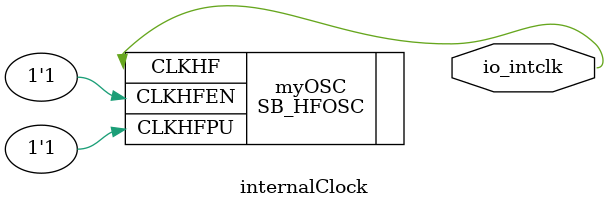
<source format=v>
module internalClock
(
    output  wire        io_intclk, 
);
SB_HFOSC #( .CLKHF_DIV ("0b01") ) // 48MHz DIVIDED by 2
myOSC(
    .CLKHFEN(1'b1),
    .CLKHFPU(1'b1),
    .CLKHF(io_intclk)
);
endmodule

</source>
